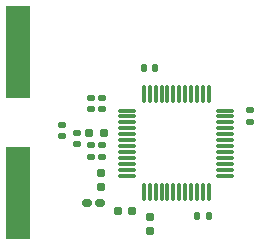
<source format=gbr>
G04 #@! TF.GenerationSoftware,KiCad,Pcbnew,8.0.6-8.0.6-0~ubuntu24.04.1*
G04 #@! TF.CreationDate,2024-10-23T13:15:13+03:00*
G04 #@! TF.ProjectId,imager_ILI9431,696d6167-6572-45f4-994c-49393433312e,rev?*
G04 #@! TF.SameCoordinates,Original*
G04 #@! TF.FileFunction,Paste,Top*
G04 #@! TF.FilePolarity,Positive*
%FSLAX46Y46*%
G04 Gerber Fmt 4.6, Leading zero omitted, Abs format (unit mm)*
G04 Created by KiCad (PCBNEW 8.0.6-8.0.6-0~ubuntu24.04.1) date 2024-10-23 13:15:13*
%MOMM*%
%LPD*%
G01*
G04 APERTURE LIST*
G04 Aperture macros list*
%AMRoundRect*
0 Rectangle with rounded corners*
0 $1 Rounding radius*
0 $2 $3 $4 $5 $6 $7 $8 $9 X,Y pos of 4 corners*
0 Add a 4 corners polygon primitive as box body*
4,1,4,$2,$3,$4,$5,$6,$7,$8,$9,$2,$3,0*
0 Add four circle primitives for the rounded corners*
1,1,$1+$1,$2,$3*
1,1,$1+$1,$4,$5*
1,1,$1+$1,$6,$7*
1,1,$1+$1,$8,$9*
0 Add four rect primitives between the rounded corners*
20,1,$1+$1,$2,$3,$4,$5,0*
20,1,$1+$1,$4,$5,$6,$7,0*
20,1,$1+$1,$6,$7,$8,$9,0*
20,1,$1+$1,$8,$9,$2,$3,0*%
G04 Aperture macros list end*
%ADD10RoundRect,0.140000X0.170000X-0.140000X0.170000X0.140000X-0.170000X0.140000X-0.170000X-0.140000X0*%
%ADD11RoundRect,0.140000X-0.170000X0.140000X-0.170000X-0.140000X0.170000X-0.140000X0.170000X0.140000X0*%
%ADD12RoundRect,0.160000X-0.160000X0.197500X-0.160000X-0.197500X0.160000X-0.197500X0.160000X0.197500X0*%
%ADD13RoundRect,0.160000X-0.222500X-0.160000X0.222500X-0.160000X0.222500X0.160000X-0.222500X0.160000X0*%
%ADD14RoundRect,0.140000X0.140000X0.170000X-0.140000X0.170000X-0.140000X-0.170000X0.140000X-0.170000X0*%
%ADD15RoundRect,0.160000X0.197500X0.160000X-0.197500X0.160000X-0.197500X-0.160000X0.197500X-0.160000X0*%
%ADD16R,2.000000X7.875000*%
%ADD17RoundRect,0.140000X-0.140000X-0.170000X0.140000X-0.170000X0.140000X0.170000X-0.140000X0.170000X0*%
%ADD18RoundRect,0.075000X-0.662500X-0.075000X0.662500X-0.075000X0.662500X0.075000X-0.662500X0.075000X0*%
%ADD19RoundRect,0.075000X-0.075000X-0.662500X0.075000X-0.662500X0.075000X0.662500X-0.075000X0.662500X0*%
G04 APERTURE END LIST*
D10*
X95100000Y-101740000D03*
X95100000Y-100780000D03*
D11*
X111000000Y-99570000D03*
X111000000Y-100530000D03*
D12*
X98400000Y-104900000D03*
X98400000Y-106095000D03*
X102500000Y-108582500D03*
X102500000Y-109777500D03*
D10*
X96350000Y-102430000D03*
X96350000Y-101470000D03*
D13*
X97177500Y-107450000D03*
X98322500Y-107450000D03*
D10*
X97500000Y-99480000D03*
X97500000Y-98520000D03*
X98500000Y-99480000D03*
X98500000Y-98520000D03*
D14*
X107500000Y-108500000D03*
X106540000Y-108500000D03*
D10*
X98500000Y-103480000D03*
X98500000Y-102520000D03*
D15*
X101027500Y-108070000D03*
X99832500Y-108070000D03*
D16*
X91350000Y-94662500D03*
X91350000Y-106537500D03*
D17*
X102020000Y-96000000D03*
X102980000Y-96000000D03*
D10*
X97500000Y-103480000D03*
X97500000Y-102520000D03*
D18*
X100587500Y-99587500D03*
X100587500Y-100087500D03*
X100587500Y-100587500D03*
X100587500Y-101087500D03*
X100587500Y-101587500D03*
X100587500Y-102087500D03*
X100587500Y-102587500D03*
X100587500Y-103087500D03*
X100587500Y-103587500D03*
X100587500Y-104087500D03*
X100587500Y-104587500D03*
X100587500Y-105087500D03*
D19*
X102000000Y-106500000D03*
X102500000Y-106500000D03*
X103000000Y-106500000D03*
X103500000Y-106500000D03*
X104000000Y-106500000D03*
X104500000Y-106500000D03*
X105000000Y-106500000D03*
X105500000Y-106500000D03*
X106000000Y-106500000D03*
X106500000Y-106500000D03*
X107000000Y-106500000D03*
X107500000Y-106500000D03*
D18*
X108912500Y-105087500D03*
X108912500Y-104587500D03*
X108912500Y-104087500D03*
X108912500Y-103587500D03*
X108912500Y-103087500D03*
X108912500Y-102587500D03*
X108912500Y-102087500D03*
X108912500Y-101587500D03*
X108912500Y-101087500D03*
X108912500Y-100587500D03*
X108912500Y-100087500D03*
X108912500Y-99587500D03*
D19*
X107500000Y-98175000D03*
X107000000Y-98175000D03*
X106500000Y-98175000D03*
X106000000Y-98175000D03*
X105500000Y-98175000D03*
X105000000Y-98175000D03*
X104500000Y-98175000D03*
X104000000Y-98175000D03*
X103500000Y-98175000D03*
X103000000Y-98175000D03*
X102500000Y-98175000D03*
X102000000Y-98175000D03*
D15*
X98597500Y-101500000D03*
X97402500Y-101500000D03*
M02*

</source>
